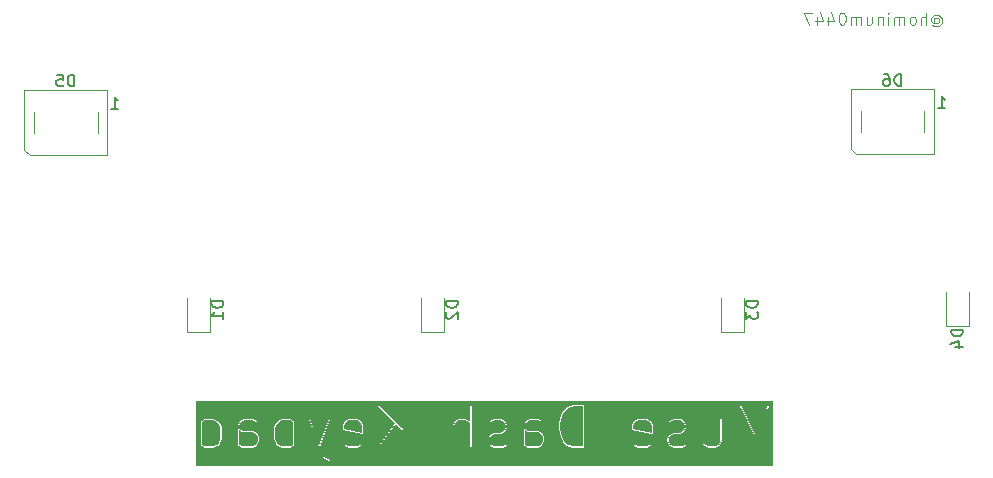
<source format=gbr>
%TF.GenerationSoftware,KiCad,Pcbnew,8.0.6*%
%TF.CreationDate,2025-02-27T22:11:00+05:30*%
%TF.ProjectId,muse-dash-pcb,6d757365-2d64-4617-9368-2d7063622e6b,rev?*%
%TF.SameCoordinates,Original*%
%TF.FileFunction,Legend,Bot*%
%TF.FilePolarity,Positive*%
%FSLAX46Y46*%
G04 Gerber Fmt 4.6, Leading zero omitted, Abs format (unit mm)*
G04 Created by KiCad (PCBNEW 8.0.6) date 2025-02-27 22:11:00*
%MOMM*%
%LPD*%
G01*
G04 APERTURE LIST*
%ADD10C,0.100000*%
%ADD11C,0.125000*%
%ADD12C,0.150000*%
%ADD13C,0.120000*%
G04 APERTURE END LIST*
D10*
G36*
X179482456Y-98630702D02*
G01*
X179482456Y-100568899D01*
X179187320Y-100716467D01*
X178544260Y-100716467D01*
X178228741Y-100558708D01*
X178073548Y-100403516D01*
X177915790Y-100087998D01*
X177915790Y-99111603D01*
X178073549Y-98796084D01*
X178228739Y-98640894D01*
X178544259Y-98483134D01*
X179187320Y-98483134D01*
X179482456Y-98630702D01*
G37*
G36*
X173002837Y-98640892D02*
G01*
X173158029Y-98796085D01*
X173315789Y-99111604D01*
X173315789Y-100087997D01*
X173158028Y-100403517D01*
X173002838Y-100558707D01*
X172687319Y-100716467D01*
X172044260Y-100716467D01*
X171749122Y-100568899D01*
X171749122Y-98630702D01*
X172044259Y-98483134D01*
X172687319Y-98483134D01*
X173002837Y-98640892D01*
G37*
G36*
X175176763Y-99477855D02*
G01*
X175179177Y-99478516D01*
X175179989Y-99479328D01*
X175187854Y-99480892D01*
X175195579Y-99483008D01*
X175196666Y-99482645D01*
X175199123Y-99483134D01*
X176020653Y-99483134D01*
X176328521Y-99637068D01*
X176482456Y-99944937D01*
X176482456Y-100254664D01*
X176328521Y-100562533D01*
X176020653Y-100716467D01*
X175210927Y-100716467D01*
X174915789Y-100568899D01*
X174915789Y-99347368D01*
X175176763Y-99477855D01*
G37*
G36*
X185161855Y-98637068D02*
G01*
X185315790Y-98944937D01*
X185315790Y-99538810D01*
X183749123Y-99225476D01*
X183749123Y-98944937D01*
X183903057Y-98637068D01*
X184210926Y-98483134D01*
X184853987Y-98483134D01*
X185161855Y-98637068D01*
G37*
G36*
X199343431Y-99477855D02*
G01*
X199345845Y-99478516D01*
X199346657Y-99479328D01*
X199354522Y-99480892D01*
X199362247Y-99483008D01*
X199363334Y-99482645D01*
X199365791Y-99483134D01*
X200187321Y-99483134D01*
X200495189Y-99637068D01*
X200649124Y-99944937D01*
X200649124Y-100254664D01*
X200495189Y-100562533D01*
X200187321Y-100716467D01*
X199377595Y-100716467D01*
X199082457Y-100568899D01*
X199082457Y-99347368D01*
X199343431Y-99477855D01*
G37*
G36*
X203982457Y-100716467D02*
G01*
X203207237Y-100716467D01*
X202726133Y-100556099D01*
X202406883Y-100236849D01*
X202246299Y-99915681D01*
X202082457Y-99260312D01*
X202082457Y-98772622D01*
X202246299Y-98117251D01*
X202406883Y-97796084D01*
X202726132Y-97476835D01*
X203207237Y-97316467D01*
X203982457Y-97316467D01*
X203982457Y-100716467D01*
G37*
G36*
X209661856Y-98637068D02*
G01*
X209815791Y-98944937D01*
X209815791Y-99538810D01*
X208249124Y-99225476D01*
X208249124Y-98944937D01*
X208403058Y-98637068D01*
X208710927Y-98483134D01*
X209353988Y-98483134D01*
X209661856Y-98637068D01*
G37*
G36*
X220138013Y-102371897D02*
G01*
X171260233Y-102371897D01*
X171260233Y-97266467D01*
X171649122Y-97266467D01*
X171649122Y-100766467D01*
X171652928Y-100785601D01*
X171679988Y-100812661D01*
X171718256Y-100812661D01*
X171745316Y-100785601D01*
X171749122Y-100766467D01*
X171749122Y-100680702D01*
X172010095Y-100811188D01*
X172012510Y-100811849D01*
X172013322Y-100812661D01*
X172021183Y-100814224D01*
X172028911Y-100816341D01*
X172029999Y-100815978D01*
X172032456Y-100816467D01*
X172699122Y-100816467D01*
X172701578Y-100815978D01*
X172702666Y-100816341D01*
X172710391Y-100814225D01*
X172718256Y-100812661D01*
X172719067Y-100811849D01*
X172721483Y-100811188D01*
X173054816Y-100644523D01*
X173061149Y-100639607D01*
X173067811Y-100635156D01*
X173234477Y-100468489D01*
X173238927Y-100461829D01*
X173243843Y-100455495D01*
X173410510Y-100122162D01*
X173411171Y-100119746D01*
X173411983Y-100118935D01*
X173413546Y-100111073D01*
X173415663Y-100103346D01*
X173415300Y-100102257D01*
X173415789Y-100099801D01*
X173415789Y-99099801D01*
X173415300Y-99097344D01*
X173415663Y-99096257D01*
X173413547Y-99088532D01*
X173411983Y-99080667D01*
X173411171Y-99079855D01*
X173410510Y-99077441D01*
X173338357Y-98933134D01*
X174815789Y-98933134D01*
X174815789Y-100766467D01*
X174819595Y-100785601D01*
X174846655Y-100812661D01*
X174884923Y-100812661D01*
X174911983Y-100785601D01*
X174915789Y-100766467D01*
X174915789Y-100680702D01*
X175176762Y-100811188D01*
X175179177Y-100811849D01*
X175179989Y-100812661D01*
X175187850Y-100814224D01*
X175195578Y-100816341D01*
X175196666Y-100815978D01*
X175199123Y-100816467D01*
X176032456Y-100816467D01*
X176034912Y-100815978D01*
X176036001Y-100816341D01*
X176043728Y-100814224D01*
X176051590Y-100812661D01*
X176052401Y-100811849D01*
X176054817Y-100811188D01*
X176388149Y-100644523D01*
X176396013Y-100638419D01*
X176398549Y-100637574D01*
X176400740Y-100634750D01*
X176403561Y-100632561D01*
X176404405Y-100630027D01*
X176410510Y-100622162D01*
X176577177Y-100288827D01*
X176577838Y-100286412D01*
X176578650Y-100285601D01*
X176580214Y-100277735D01*
X176582330Y-100270011D01*
X176581967Y-100268923D01*
X176582456Y-100266467D01*
X176582456Y-99933134D01*
X176581967Y-99930677D01*
X176582330Y-99929589D01*
X176580213Y-99921861D01*
X176578650Y-99914000D01*
X176577838Y-99913188D01*
X176577177Y-99910773D01*
X176410510Y-99577440D01*
X176404407Y-99569576D01*
X176403562Y-99567041D01*
X176400739Y-99564850D01*
X176398549Y-99562028D01*
X176396013Y-99561182D01*
X176388150Y-99555080D01*
X176054817Y-99388413D01*
X176052401Y-99387751D01*
X176051590Y-99386940D01*
X176043728Y-99385376D01*
X176036001Y-99383260D01*
X176034912Y-99383622D01*
X176032456Y-99383134D01*
X175210926Y-99383134D01*
X174915789Y-99235565D01*
X174915789Y-99099801D01*
X177815790Y-99099801D01*
X177815790Y-100099801D01*
X177816278Y-100102257D01*
X177815916Y-100103346D01*
X177818032Y-100111073D01*
X177819596Y-100118935D01*
X177820407Y-100119746D01*
X177821069Y-100122162D01*
X177987734Y-100455494D01*
X177992649Y-100461827D01*
X177997101Y-100468489D01*
X178163768Y-100635157D01*
X178170433Y-100639610D01*
X178176762Y-100644522D01*
X178510095Y-100811188D01*
X178512510Y-100811849D01*
X178513322Y-100812661D01*
X178521183Y-100814224D01*
X178528911Y-100816341D01*
X178529999Y-100815978D01*
X178532456Y-100816467D01*
X179199123Y-100816467D01*
X179201579Y-100815978D01*
X179202668Y-100816341D01*
X179210395Y-100814224D01*
X179218257Y-100812661D01*
X179219068Y-100811849D01*
X179221484Y-100811188D01*
X179482456Y-100680702D01*
X179482456Y-101933134D01*
X179486262Y-101952268D01*
X179513322Y-101979328D01*
X179551590Y-101979328D01*
X179578650Y-101952268D01*
X179582456Y-101933134D01*
X179582456Y-98433134D01*
X179581962Y-98430651D01*
X180815852Y-98430651D01*
X180818703Y-98449951D01*
X181652036Y-100783284D01*
X181652524Y-100784100D01*
X181652699Y-100785037D01*
X181986033Y-101618370D01*
X181986263Y-101618723D01*
X181986263Y-101618935D01*
X181991511Y-101626789D01*
X181996673Y-101634722D01*
X181996867Y-101634805D01*
X181997102Y-101635156D01*
X182163767Y-101801822D01*
X182170433Y-101806276D01*
X182176762Y-101811188D01*
X182510097Y-101977855D01*
X182528913Y-101983008D01*
X182565217Y-101970907D01*
X182582331Y-101936679D01*
X182570230Y-101900374D01*
X182554818Y-101888413D01*
X182228741Y-101725374D01*
X182075070Y-101571704D01*
X181752574Y-100765464D01*
X182406978Y-98933134D01*
X183649123Y-98933134D01*
X183649123Y-99266467D01*
X183650564Y-99273715D01*
X183650074Y-99276170D01*
X183651469Y-99278263D01*
X183652929Y-99285601D01*
X183663225Y-99295897D01*
X183671301Y-99308011D01*
X183678209Y-99310881D01*
X183679989Y-99312661D01*
X183682493Y-99312661D01*
X183689317Y-99315496D01*
X185315790Y-99640790D01*
X185315790Y-100254664D01*
X185161855Y-100562533D01*
X184853987Y-100716467D01*
X184210927Y-100716467D01*
X183888151Y-100555080D01*
X183869335Y-100549927D01*
X183833030Y-100562028D01*
X183815916Y-100596256D01*
X183828017Y-100632561D01*
X183843429Y-100644522D01*
X184176762Y-100811188D01*
X184179177Y-100811849D01*
X184179989Y-100812661D01*
X184187850Y-100814224D01*
X184195578Y-100816341D01*
X184196666Y-100815978D01*
X184199123Y-100816467D01*
X184865790Y-100816467D01*
X184868246Y-100815978D01*
X184869335Y-100816341D01*
X184877062Y-100814224D01*
X184884924Y-100812661D01*
X184885735Y-100811849D01*
X184888151Y-100811188D01*
X185002412Y-100754058D01*
X186650687Y-100754058D01*
X186656099Y-100791942D01*
X186686714Y-100814903D01*
X186724598Y-100809491D01*
X186739123Y-100796467D01*
X188204533Y-98842587D01*
X188649123Y-99287177D01*
X188649123Y-100766467D01*
X188652929Y-100785601D01*
X188679989Y-100812661D01*
X188718257Y-100812661D01*
X188745317Y-100785601D01*
X188749123Y-100766467D01*
X188749123Y-98933134D01*
X192982457Y-98933134D01*
X192982457Y-100766467D01*
X192986263Y-100785601D01*
X193013323Y-100812661D01*
X193051591Y-100812661D01*
X193078651Y-100785601D01*
X193082457Y-100766467D01*
X193082457Y-98944937D01*
X193236391Y-98637068D01*
X193544260Y-98483134D01*
X194020654Y-98483134D01*
X194336172Y-98640892D01*
X194482457Y-98787177D01*
X194482457Y-100766467D01*
X194486263Y-100785601D01*
X194513323Y-100812661D01*
X194551591Y-100812661D01*
X194578651Y-100785601D01*
X194582457Y-100766467D01*
X194582457Y-100099801D01*
X195982457Y-100099801D01*
X195982457Y-100266467D01*
X195982945Y-100268923D01*
X195982583Y-100270012D01*
X195984699Y-100277739D01*
X195986263Y-100285601D01*
X195987074Y-100286412D01*
X195987736Y-100288828D01*
X196154403Y-100622162D01*
X196160505Y-100630025D01*
X196161351Y-100632561D01*
X196164173Y-100634751D01*
X196166364Y-100637574D01*
X196168899Y-100638419D01*
X196176763Y-100644522D01*
X196510096Y-100811188D01*
X196512511Y-100811849D01*
X196513323Y-100812661D01*
X196521184Y-100814224D01*
X196528912Y-100816341D01*
X196530000Y-100815978D01*
X196532457Y-100816467D01*
X197199124Y-100816467D01*
X197201580Y-100815978D01*
X197202669Y-100816341D01*
X197210396Y-100814224D01*
X197218258Y-100812661D01*
X197219069Y-100811849D01*
X197221485Y-100811188D01*
X197554817Y-100644523D01*
X197570229Y-100632561D01*
X197582331Y-100596257D01*
X197565217Y-100562029D01*
X197528912Y-100549927D01*
X197510096Y-100555080D01*
X197187321Y-100716467D01*
X196544261Y-100716467D01*
X196236391Y-100562532D01*
X196082457Y-100254664D01*
X196082457Y-100111603D01*
X196236391Y-99803735D01*
X196544261Y-99649801D01*
X197032457Y-99649801D01*
X197034913Y-99649312D01*
X197036002Y-99649675D01*
X197043729Y-99647558D01*
X197051591Y-99645995D01*
X197052402Y-99645183D01*
X197054818Y-99644522D01*
X197388151Y-99477855D01*
X197396014Y-99471752D01*
X197398550Y-99470907D01*
X197400740Y-99468084D01*
X197403563Y-99465894D01*
X197404408Y-99463358D01*
X197410511Y-99455495D01*
X197577178Y-99122162D01*
X197577839Y-99119746D01*
X197578651Y-99118935D01*
X197580214Y-99111073D01*
X197582331Y-99103346D01*
X197581968Y-99102257D01*
X197582457Y-99099801D01*
X197582457Y-98933134D01*
X198982457Y-98933134D01*
X198982457Y-100766467D01*
X198986263Y-100785601D01*
X199013323Y-100812661D01*
X199051591Y-100812661D01*
X199078651Y-100785601D01*
X199082457Y-100766467D01*
X199082457Y-100680702D01*
X199343430Y-100811188D01*
X199345845Y-100811849D01*
X199346657Y-100812661D01*
X199354518Y-100814224D01*
X199362246Y-100816341D01*
X199363334Y-100815978D01*
X199365791Y-100816467D01*
X200199124Y-100816467D01*
X200201580Y-100815978D01*
X200202669Y-100816341D01*
X200210396Y-100814224D01*
X200218258Y-100812661D01*
X200219069Y-100811849D01*
X200221485Y-100811188D01*
X200554817Y-100644523D01*
X200562681Y-100638419D01*
X200565217Y-100637574D01*
X200567408Y-100634750D01*
X200570229Y-100632561D01*
X200571073Y-100630027D01*
X200577178Y-100622162D01*
X200743845Y-100288827D01*
X200744506Y-100286412D01*
X200745318Y-100285601D01*
X200746882Y-100277735D01*
X200748998Y-100270011D01*
X200748635Y-100268923D01*
X200749124Y-100266467D01*
X200749124Y-99933134D01*
X200748635Y-99930677D01*
X200748998Y-99929589D01*
X200746881Y-99921861D01*
X200745318Y-99914000D01*
X200744506Y-99913188D01*
X200743845Y-99910773D01*
X200577178Y-99577440D01*
X200571075Y-99569576D01*
X200570230Y-99567041D01*
X200567407Y-99564850D01*
X200565217Y-99562028D01*
X200562681Y-99561182D01*
X200554818Y-99555080D01*
X200221485Y-99388413D01*
X200219069Y-99387751D01*
X200218258Y-99386940D01*
X200210396Y-99385376D01*
X200202669Y-99383260D01*
X200201580Y-99383622D01*
X200199124Y-99383134D01*
X199377594Y-99383134D01*
X199082457Y-99235565D01*
X199082457Y-98944937D01*
X199171692Y-98766467D01*
X201982457Y-98766467D01*
X201982457Y-99266467D01*
X201983652Y-99272476D01*
X201983950Y-99278594D01*
X202150617Y-99945261D01*
X202152956Y-99950213D01*
X202154403Y-99955495D01*
X202321070Y-100288828D01*
X202325985Y-100295162D01*
X202330436Y-100301822D01*
X202663769Y-100635156D01*
X202665850Y-100636546D01*
X202666364Y-100637574D01*
X202673329Y-100641544D01*
X202679990Y-100645995D01*
X202681138Y-100645995D01*
X202683313Y-100647235D01*
X203183313Y-100813901D01*
X203191261Y-100814903D01*
X203199124Y-100816467D01*
X204032457Y-100816467D01*
X204051591Y-100812661D01*
X204078651Y-100785601D01*
X204082457Y-100766467D01*
X204082457Y-98933134D01*
X208149124Y-98933134D01*
X208149124Y-99266467D01*
X208150565Y-99273715D01*
X208150075Y-99276170D01*
X208151470Y-99278263D01*
X208152930Y-99285601D01*
X208163226Y-99295897D01*
X208171302Y-99308011D01*
X208178210Y-99310881D01*
X208179990Y-99312661D01*
X208182494Y-99312661D01*
X208189318Y-99315496D01*
X209815791Y-99640790D01*
X209815791Y-100254664D01*
X209661856Y-100562533D01*
X209353988Y-100716467D01*
X208710928Y-100716467D01*
X208388152Y-100555080D01*
X208369336Y-100549927D01*
X208333031Y-100562028D01*
X208315917Y-100596256D01*
X208328018Y-100632561D01*
X208343430Y-100644522D01*
X208676763Y-100811188D01*
X208679178Y-100811849D01*
X208679990Y-100812661D01*
X208687851Y-100814224D01*
X208695579Y-100816341D01*
X208696667Y-100815978D01*
X208699124Y-100816467D01*
X209365791Y-100816467D01*
X209368247Y-100815978D01*
X209369336Y-100816341D01*
X209377063Y-100814224D01*
X209384925Y-100812661D01*
X209385736Y-100811849D01*
X209388152Y-100811188D01*
X209721484Y-100644523D01*
X209729348Y-100638419D01*
X209731884Y-100637574D01*
X209734075Y-100634750D01*
X209736896Y-100632561D01*
X209737740Y-100630027D01*
X209743845Y-100622162D01*
X209910512Y-100288827D01*
X209911173Y-100286412D01*
X209911985Y-100285601D01*
X209913549Y-100277735D01*
X209915665Y-100270011D01*
X209915302Y-100268923D01*
X209915791Y-100266467D01*
X209915791Y-100099801D01*
X211149124Y-100099801D01*
X211149124Y-100266467D01*
X211149612Y-100268923D01*
X211149250Y-100270012D01*
X211151366Y-100277739D01*
X211152930Y-100285601D01*
X211153741Y-100286412D01*
X211154403Y-100288828D01*
X211321070Y-100622162D01*
X211327172Y-100630025D01*
X211328018Y-100632561D01*
X211330840Y-100634751D01*
X211333031Y-100637574D01*
X211335566Y-100638419D01*
X211343430Y-100644522D01*
X211676763Y-100811188D01*
X211679178Y-100811849D01*
X211679990Y-100812661D01*
X211687851Y-100814224D01*
X211695579Y-100816341D01*
X211696667Y-100815978D01*
X211699124Y-100816467D01*
X212365791Y-100816467D01*
X212368247Y-100815978D01*
X212369336Y-100816341D01*
X212377063Y-100814224D01*
X212384925Y-100812661D01*
X212385736Y-100811849D01*
X212388152Y-100811188D01*
X212721484Y-100644523D01*
X212736896Y-100632561D01*
X212748998Y-100596257D01*
X212731884Y-100562029D01*
X212695579Y-100549927D01*
X212676763Y-100555080D01*
X212353988Y-100716467D01*
X211710928Y-100716467D01*
X211403058Y-100562532D01*
X211249124Y-100254664D01*
X211249124Y-100111603D01*
X211403058Y-99803735D01*
X211710928Y-99649801D01*
X212199124Y-99649801D01*
X212201580Y-99649312D01*
X212202669Y-99649675D01*
X212210396Y-99647558D01*
X212218258Y-99645995D01*
X212219069Y-99645183D01*
X212221485Y-99644522D01*
X212554818Y-99477855D01*
X212562681Y-99471752D01*
X212565217Y-99470907D01*
X212567407Y-99468084D01*
X212570230Y-99465894D01*
X212571075Y-99463358D01*
X212577178Y-99455495D01*
X212743845Y-99122162D01*
X212744506Y-99119746D01*
X212745318Y-99118935D01*
X212746881Y-99111073D01*
X212748998Y-99103346D01*
X212748635Y-99102257D01*
X212749124Y-99099801D01*
X212749124Y-98933134D01*
X212748635Y-98930677D01*
X212748998Y-98929589D01*
X212746881Y-98921861D01*
X212745318Y-98914000D01*
X212744506Y-98913188D01*
X212743845Y-98910773D01*
X212577178Y-98577440D01*
X212571075Y-98569576D01*
X212570230Y-98567041D01*
X212567407Y-98564850D01*
X212565217Y-98562028D01*
X212562681Y-98561182D01*
X212554818Y-98555080D01*
X212310927Y-98433134D01*
X214149124Y-98433134D01*
X214149124Y-100766467D01*
X214152930Y-100785601D01*
X214179990Y-100812661D01*
X214218258Y-100812661D01*
X214245318Y-100785601D01*
X214249124Y-100766467D01*
X214249124Y-100553844D01*
X214330436Y-100635157D01*
X214337101Y-100639610D01*
X214343430Y-100644522D01*
X214676763Y-100811188D01*
X214679178Y-100811849D01*
X214679990Y-100812661D01*
X214687851Y-100814224D01*
X214695579Y-100816341D01*
X214696667Y-100815978D01*
X214699124Y-100816467D01*
X215199124Y-100816467D01*
X215201580Y-100815978D01*
X215202668Y-100816341D01*
X215210393Y-100814225D01*
X215218258Y-100812661D01*
X215219069Y-100811849D01*
X215221485Y-100811188D01*
X215554818Y-100644523D01*
X215562684Y-100638417D01*
X215565218Y-100637573D01*
X215567408Y-100634751D01*
X215570230Y-100632561D01*
X215571074Y-100630026D01*
X215577179Y-100622162D01*
X215743845Y-100288828D01*
X215744506Y-100286412D01*
X215745318Y-100285601D01*
X215746881Y-100277739D01*
X215748998Y-100270012D01*
X215748635Y-100268923D01*
X215749124Y-100266467D01*
X215749124Y-98433134D01*
X215745318Y-98414000D01*
X215718258Y-98386940D01*
X215679990Y-98386940D01*
X215652930Y-98414000D01*
X215649124Y-98433134D01*
X215649124Y-100254663D01*
X215495190Y-100562533D01*
X215187321Y-100716467D01*
X214710928Y-100716467D01*
X214395409Y-100558708D01*
X214249124Y-100412423D01*
X214249124Y-98433134D01*
X214245318Y-98414000D01*
X214218258Y-98386940D01*
X214179990Y-98386940D01*
X214152930Y-98414000D01*
X214149124Y-98433134D01*
X212310927Y-98433134D01*
X212221485Y-98388413D01*
X212219069Y-98387751D01*
X212218258Y-98386940D01*
X212210396Y-98385376D01*
X212202669Y-98383260D01*
X212201580Y-98383622D01*
X212199124Y-98383134D01*
X211699124Y-98383134D01*
X211696667Y-98383622D01*
X211695579Y-98383260D01*
X211687851Y-98385376D01*
X211679990Y-98386940D01*
X211679178Y-98387751D01*
X211676763Y-98388413D01*
X211343430Y-98555080D01*
X211328018Y-98567041D01*
X211315917Y-98603346D01*
X211333031Y-98637574D01*
X211369336Y-98649675D01*
X211388152Y-98644522D01*
X211710927Y-98483134D01*
X212187321Y-98483134D01*
X212495189Y-98637068D01*
X212649124Y-98944937D01*
X212649124Y-99087997D01*
X212495189Y-99395866D01*
X212187321Y-99549801D01*
X211699124Y-99549801D01*
X211696667Y-99550289D01*
X211695579Y-99549927D01*
X211687851Y-99552043D01*
X211679990Y-99553607D01*
X211679178Y-99554418D01*
X211676763Y-99555080D01*
X211343430Y-99721746D01*
X211335566Y-99727848D01*
X211333031Y-99728694D01*
X211330840Y-99731516D01*
X211328018Y-99733707D01*
X211327172Y-99736242D01*
X211321070Y-99744106D01*
X211154403Y-100077440D01*
X211153741Y-100079855D01*
X211152930Y-100080667D01*
X211151366Y-100088528D01*
X211149250Y-100096256D01*
X211149612Y-100097344D01*
X211149124Y-100099801D01*
X209915791Y-100099801D01*
X209915791Y-98933134D01*
X209915302Y-98930677D01*
X209915665Y-98929589D01*
X209913548Y-98921861D01*
X209911985Y-98914000D01*
X209911173Y-98913188D01*
X209910512Y-98910773D01*
X209743845Y-98577440D01*
X209737742Y-98569576D01*
X209736897Y-98567041D01*
X209734074Y-98564850D01*
X209731884Y-98562028D01*
X209729348Y-98561182D01*
X209721485Y-98555080D01*
X209388152Y-98388413D01*
X209385736Y-98387751D01*
X209384925Y-98386940D01*
X209377063Y-98385376D01*
X209369336Y-98383260D01*
X209368247Y-98383622D01*
X209365791Y-98383134D01*
X208699124Y-98383134D01*
X208696667Y-98383622D01*
X208695579Y-98383260D01*
X208687851Y-98385376D01*
X208679990Y-98386940D01*
X208679178Y-98387751D01*
X208676763Y-98388413D01*
X208343430Y-98555080D01*
X208335566Y-98561182D01*
X208333031Y-98562028D01*
X208330840Y-98564850D01*
X208328018Y-98567041D01*
X208327172Y-98569576D01*
X208321070Y-98577440D01*
X208154403Y-98910773D01*
X208153741Y-98913188D01*
X208152930Y-98914000D01*
X208151366Y-98921861D01*
X208149250Y-98929589D01*
X208149612Y-98930677D01*
X208149124Y-98933134D01*
X204082457Y-98933134D01*
X204082457Y-97266467D01*
X217315791Y-97266467D01*
X217315791Y-100766467D01*
X217319597Y-100785601D01*
X217346657Y-100812661D01*
X217384925Y-100812661D01*
X217411985Y-100785601D01*
X217415791Y-100766467D01*
X217415791Y-97491844D01*
X218487149Y-99787611D01*
X218494770Y-99797999D01*
X218495584Y-99800236D01*
X218496842Y-99800823D01*
X218498689Y-99803340D01*
X218514751Y-99809180D01*
X218530262Y-99816419D01*
X218532459Y-99815619D01*
X218534654Y-99816418D01*
X218550144Y-99809188D01*
X218566227Y-99803341D01*
X218568075Y-99800821D01*
X218569332Y-99800235D01*
X218570144Y-99798001D01*
X218577767Y-99787611D01*
X219649124Y-97491844D01*
X219649124Y-100766467D01*
X219652930Y-100785601D01*
X219679990Y-100812661D01*
X219718258Y-100812661D01*
X219745318Y-100785601D01*
X219749124Y-100766467D01*
X219749124Y-97266467D01*
X219745318Y-97247333D01*
X219739035Y-97241050D01*
X219735998Y-97232698D01*
X219726032Y-97228047D01*
X219718258Y-97220273D01*
X219709373Y-97220273D01*
X219701320Y-97216515D01*
X219690985Y-97220273D01*
X219679990Y-97220273D01*
X219673707Y-97226555D01*
X219665355Y-97229593D01*
X219653815Y-97245323D01*
X218532458Y-99648231D01*
X217411100Y-97245323D01*
X217399560Y-97229593D01*
X217391207Y-97226555D01*
X217384925Y-97220273D01*
X217373930Y-97220273D01*
X217363595Y-97216515D01*
X217355542Y-97220273D01*
X217346657Y-97220273D01*
X217338882Y-97228047D01*
X217328917Y-97232698D01*
X217325879Y-97241050D01*
X217319597Y-97247333D01*
X217315791Y-97266467D01*
X204082457Y-97266467D01*
X204078651Y-97247333D01*
X204051591Y-97220273D01*
X204032457Y-97216467D01*
X203199124Y-97216467D01*
X203191262Y-97218030D01*
X203183312Y-97219033D01*
X202683313Y-97385700D01*
X202681138Y-97386940D01*
X202679990Y-97386940D01*
X202673329Y-97391390D01*
X202666364Y-97395361D01*
X202665850Y-97396388D01*
X202663769Y-97397779D01*
X202330436Y-97731112D01*
X202325985Y-97737771D01*
X202321070Y-97744106D01*
X202154403Y-98077440D01*
X202152956Y-98082721D01*
X202150617Y-98087674D01*
X201983950Y-98754340D01*
X201983652Y-98760457D01*
X201982457Y-98766467D01*
X199171692Y-98766467D01*
X199236391Y-98637068D01*
X199544260Y-98483134D01*
X200187321Y-98483134D01*
X200510096Y-98644522D01*
X200528912Y-98649675D01*
X200565217Y-98637574D01*
X200582331Y-98603346D01*
X200570230Y-98567041D01*
X200554818Y-98555080D01*
X200221485Y-98388413D01*
X200219069Y-98387751D01*
X200218258Y-98386940D01*
X200210396Y-98385376D01*
X200202669Y-98383260D01*
X200201580Y-98383622D01*
X200199124Y-98383134D01*
X199532457Y-98383134D01*
X199530000Y-98383622D01*
X199528912Y-98383260D01*
X199521184Y-98385376D01*
X199513323Y-98386940D01*
X199512511Y-98387751D01*
X199510096Y-98388413D01*
X199176763Y-98555080D01*
X199168899Y-98561182D01*
X199166364Y-98562028D01*
X199164173Y-98564850D01*
X199161351Y-98567041D01*
X199160505Y-98569576D01*
X199154403Y-98577440D01*
X198987736Y-98910773D01*
X198987074Y-98913188D01*
X198986263Y-98914000D01*
X198984699Y-98921861D01*
X198982583Y-98929589D01*
X198982945Y-98930677D01*
X198982457Y-98933134D01*
X197582457Y-98933134D01*
X197581968Y-98930677D01*
X197582331Y-98929589D01*
X197580214Y-98921861D01*
X197578651Y-98914000D01*
X197577839Y-98913188D01*
X197577178Y-98910773D01*
X197410511Y-98577440D01*
X197404408Y-98569576D01*
X197403563Y-98567041D01*
X197400740Y-98564850D01*
X197398550Y-98562028D01*
X197396014Y-98561182D01*
X197388151Y-98555080D01*
X197054818Y-98388413D01*
X197052402Y-98387751D01*
X197051591Y-98386940D01*
X197043729Y-98385376D01*
X197036002Y-98383260D01*
X197034913Y-98383622D01*
X197032457Y-98383134D01*
X196532457Y-98383134D01*
X196530000Y-98383622D01*
X196528912Y-98383260D01*
X196521184Y-98385376D01*
X196513323Y-98386940D01*
X196512511Y-98387751D01*
X196510096Y-98388413D01*
X196176763Y-98555080D01*
X196161351Y-98567041D01*
X196149250Y-98603346D01*
X196166364Y-98637574D01*
X196202669Y-98649675D01*
X196221485Y-98644522D01*
X196544260Y-98483134D01*
X197020654Y-98483134D01*
X197328522Y-98637068D01*
X197482457Y-98944937D01*
X197482457Y-99087997D01*
X197328522Y-99395866D01*
X197020654Y-99549801D01*
X196532457Y-99549801D01*
X196530000Y-99550289D01*
X196528912Y-99549927D01*
X196521184Y-99552043D01*
X196513323Y-99553607D01*
X196512511Y-99554418D01*
X196510096Y-99555080D01*
X196176763Y-99721746D01*
X196168899Y-99727848D01*
X196166364Y-99728694D01*
X196164173Y-99731516D01*
X196161351Y-99733707D01*
X196160505Y-99736242D01*
X196154403Y-99744106D01*
X195987736Y-100077440D01*
X195987074Y-100079855D01*
X195986263Y-100080667D01*
X195984699Y-100088528D01*
X195982583Y-100096256D01*
X195982945Y-100097344D01*
X195982457Y-100099801D01*
X194582457Y-100099801D01*
X194582457Y-97266467D01*
X194578651Y-97247333D01*
X194551591Y-97220273D01*
X194513323Y-97220273D01*
X194486263Y-97247333D01*
X194482457Y-97266467D01*
X194482457Y-98645756D01*
X194401146Y-98564446D01*
X194394486Y-98559995D01*
X194388152Y-98555080D01*
X194054818Y-98388413D01*
X194052402Y-98387751D01*
X194051591Y-98386940D01*
X194043729Y-98385376D01*
X194036002Y-98383260D01*
X194034913Y-98383622D01*
X194032457Y-98383134D01*
X193532457Y-98383134D01*
X193530000Y-98383622D01*
X193528912Y-98383260D01*
X193521184Y-98385376D01*
X193513323Y-98386940D01*
X193512511Y-98387751D01*
X193510096Y-98388413D01*
X193176763Y-98555080D01*
X193168899Y-98561182D01*
X193166364Y-98562028D01*
X193164173Y-98564850D01*
X193161351Y-98567041D01*
X193160505Y-98569576D01*
X193154403Y-98577440D01*
X192987736Y-98910773D01*
X192987074Y-98913188D01*
X192986263Y-98914000D01*
X192984699Y-98921861D01*
X192982583Y-98929589D01*
X192982945Y-98930677D01*
X192982457Y-98933134D01*
X188749123Y-98933134D01*
X188749123Y-97266467D01*
X188745317Y-97247333D01*
X188718257Y-97220273D01*
X188679989Y-97220273D01*
X188652929Y-97247333D01*
X188649123Y-97266467D01*
X188649123Y-99145757D01*
X186734478Y-97231112D01*
X186718257Y-97220273D01*
X186679989Y-97220273D01*
X186652929Y-97247333D01*
X186652929Y-97285601D01*
X186663768Y-97301822D01*
X188133104Y-98771158D01*
X186659123Y-100736467D01*
X186650687Y-100754058D01*
X185002412Y-100754058D01*
X185221483Y-100644523D01*
X185229347Y-100638419D01*
X185231883Y-100637574D01*
X185234074Y-100634750D01*
X185236895Y-100632561D01*
X185237739Y-100630027D01*
X185243844Y-100622162D01*
X185410511Y-100288827D01*
X185411172Y-100286412D01*
X185411984Y-100285601D01*
X185413548Y-100277735D01*
X185415664Y-100270011D01*
X185415301Y-100268923D01*
X185415790Y-100266467D01*
X185415790Y-98933134D01*
X185415301Y-98930677D01*
X185415664Y-98929589D01*
X185413547Y-98921861D01*
X185411984Y-98914000D01*
X185411172Y-98913188D01*
X185410511Y-98910773D01*
X185243844Y-98577440D01*
X185237741Y-98569576D01*
X185236896Y-98567041D01*
X185234073Y-98564850D01*
X185231883Y-98562028D01*
X185229347Y-98561182D01*
X185221484Y-98555080D01*
X184888151Y-98388413D01*
X184885735Y-98387751D01*
X184884924Y-98386940D01*
X184877062Y-98385376D01*
X184869335Y-98383260D01*
X184868246Y-98383622D01*
X184865790Y-98383134D01*
X184199123Y-98383134D01*
X184196666Y-98383622D01*
X184195578Y-98383260D01*
X184187850Y-98385376D01*
X184179989Y-98386940D01*
X184179177Y-98387751D01*
X184176762Y-98388413D01*
X183843429Y-98555080D01*
X183835565Y-98561182D01*
X183833030Y-98562028D01*
X183830839Y-98564850D01*
X183828017Y-98567041D01*
X183827171Y-98569576D01*
X183821069Y-98577440D01*
X183654402Y-98910773D01*
X183653740Y-98913188D01*
X183652929Y-98914000D01*
X183651365Y-98921861D01*
X183649249Y-98929589D01*
X183649611Y-98930677D01*
X183649123Y-98933134D01*
X182406978Y-98933134D01*
X182579544Y-98449951D01*
X182582395Y-98430651D01*
X182566013Y-98396067D01*
X182529974Y-98383196D01*
X182495390Y-98399578D01*
X182485370Y-98416317D01*
X181699123Y-100617806D01*
X180912877Y-98416317D01*
X180902857Y-98399578D01*
X180868273Y-98383196D01*
X180832234Y-98396067D01*
X180815852Y-98430651D01*
X179581962Y-98430651D01*
X179578650Y-98414000D01*
X179551590Y-98386940D01*
X179513322Y-98386940D01*
X179486262Y-98414000D01*
X179482456Y-98433134D01*
X179482456Y-98518899D01*
X179221484Y-98388413D01*
X179219068Y-98387751D01*
X179218257Y-98386940D01*
X179210395Y-98385376D01*
X179202668Y-98383260D01*
X179201579Y-98383622D01*
X179199123Y-98383134D01*
X178532456Y-98383134D01*
X178529999Y-98383622D01*
X178528911Y-98383260D01*
X178521183Y-98385376D01*
X178513322Y-98386940D01*
X178512510Y-98387751D01*
X178510095Y-98388413D01*
X178176762Y-98555080D01*
X178170427Y-98559995D01*
X178163768Y-98564446D01*
X177997101Y-98731112D01*
X177992649Y-98737773D01*
X177987734Y-98744107D01*
X177821069Y-99077440D01*
X177820407Y-99079855D01*
X177819596Y-99080667D01*
X177818031Y-99088531D01*
X177815916Y-99096257D01*
X177816278Y-99097344D01*
X177815790Y-99099801D01*
X174915789Y-99099801D01*
X174915789Y-98944937D01*
X175069723Y-98637068D01*
X175377592Y-98483134D01*
X176020653Y-98483134D01*
X176343428Y-98644522D01*
X176362244Y-98649675D01*
X176398549Y-98637574D01*
X176415663Y-98603346D01*
X176403562Y-98567041D01*
X176388150Y-98555080D01*
X176054817Y-98388413D01*
X176052401Y-98387751D01*
X176051590Y-98386940D01*
X176043728Y-98385376D01*
X176036001Y-98383260D01*
X176034912Y-98383622D01*
X176032456Y-98383134D01*
X175365789Y-98383134D01*
X175363332Y-98383622D01*
X175362244Y-98383260D01*
X175354516Y-98385376D01*
X175346655Y-98386940D01*
X175345843Y-98387751D01*
X175343428Y-98388413D01*
X175010095Y-98555080D01*
X175002231Y-98561182D01*
X174999696Y-98562028D01*
X174997505Y-98564850D01*
X174994683Y-98567041D01*
X174993837Y-98569576D01*
X174987735Y-98577440D01*
X174821068Y-98910773D01*
X174820406Y-98913188D01*
X174819595Y-98914000D01*
X174818031Y-98921861D01*
X174815915Y-98929589D01*
X174816277Y-98930677D01*
X174815789Y-98933134D01*
X173338357Y-98933134D01*
X173243843Y-98744106D01*
X173238931Y-98737777D01*
X173234477Y-98731111D01*
X173067811Y-98564446D01*
X173061151Y-98559995D01*
X173054817Y-98555080D01*
X172721483Y-98388413D01*
X172719067Y-98387751D01*
X172718256Y-98386940D01*
X172710394Y-98385376D01*
X172702667Y-98383260D01*
X172701578Y-98383622D01*
X172699122Y-98383134D01*
X172032456Y-98383134D01*
X172029999Y-98383622D01*
X172028912Y-98383260D01*
X172021187Y-98385375D01*
X172013322Y-98386940D01*
X172012510Y-98387751D01*
X172010096Y-98388413D01*
X171749122Y-98518899D01*
X171749122Y-97266467D01*
X171745316Y-97247333D01*
X171718256Y-97220273D01*
X171679988Y-97220273D01*
X171652928Y-97247333D01*
X171649122Y-97266467D01*
X171260233Y-97266467D01*
X171260233Y-96827578D01*
X220138013Y-96827578D01*
X220138013Y-102371897D01*
G37*
D11*
X233742906Y-64510951D02*
X233791287Y-64462570D01*
X233791287Y-64462570D02*
X233888049Y-64414189D01*
X233888049Y-64414189D02*
X233984811Y-64414189D01*
X233984811Y-64414189D02*
X234081573Y-64462570D01*
X234081573Y-64462570D02*
X234129954Y-64510951D01*
X234129954Y-64510951D02*
X234178335Y-64607713D01*
X234178335Y-64607713D02*
X234178335Y-64704475D01*
X234178335Y-64704475D02*
X234129954Y-64801237D01*
X234129954Y-64801237D02*
X234081573Y-64849618D01*
X234081573Y-64849618D02*
X233984811Y-64897999D01*
X233984811Y-64897999D02*
X233888049Y-64897999D01*
X233888049Y-64897999D02*
X233791287Y-64849618D01*
X233791287Y-64849618D02*
X233742906Y-64801237D01*
X233742906Y-64414189D02*
X233742906Y-64801237D01*
X233742906Y-64801237D02*
X233694525Y-64849618D01*
X233694525Y-64849618D02*
X233646144Y-64849618D01*
X233646144Y-64849618D02*
X233549383Y-64801237D01*
X233549383Y-64801237D02*
X233501002Y-64704475D01*
X233501002Y-64704475D02*
X233501002Y-64462570D01*
X233501002Y-64462570D02*
X233597764Y-64317427D01*
X233597764Y-64317427D02*
X233742906Y-64220665D01*
X233742906Y-64220665D02*
X233936430Y-64172284D01*
X233936430Y-64172284D02*
X234129954Y-64220665D01*
X234129954Y-64220665D02*
X234275097Y-64317427D01*
X234275097Y-64317427D02*
X234371859Y-64462570D01*
X234371859Y-64462570D02*
X234420240Y-64656094D01*
X234420240Y-64656094D02*
X234371859Y-64849618D01*
X234371859Y-64849618D02*
X234275097Y-64994760D01*
X234275097Y-64994760D02*
X234129954Y-65091522D01*
X234129954Y-65091522D02*
X233936430Y-65139903D01*
X233936430Y-65139903D02*
X233742906Y-65091522D01*
X233742906Y-65091522D02*
X233597764Y-64994760D01*
X233065573Y-64994760D02*
X233065573Y-63978760D01*
X232630144Y-64994760D02*
X232630144Y-64462570D01*
X232630144Y-64462570D02*
X232678525Y-64365808D01*
X232678525Y-64365808D02*
X232775287Y-64317427D01*
X232775287Y-64317427D02*
X232920430Y-64317427D01*
X232920430Y-64317427D02*
X233017192Y-64365808D01*
X233017192Y-64365808D02*
X233065573Y-64414189D01*
X232001192Y-64994760D02*
X232097954Y-64946380D01*
X232097954Y-64946380D02*
X232146335Y-64897999D01*
X232146335Y-64897999D02*
X232194716Y-64801237D01*
X232194716Y-64801237D02*
X232194716Y-64510951D01*
X232194716Y-64510951D02*
X232146335Y-64414189D01*
X232146335Y-64414189D02*
X232097954Y-64365808D01*
X232097954Y-64365808D02*
X232001192Y-64317427D01*
X232001192Y-64317427D02*
X231856049Y-64317427D01*
X231856049Y-64317427D02*
X231759287Y-64365808D01*
X231759287Y-64365808D02*
X231710906Y-64414189D01*
X231710906Y-64414189D02*
X231662525Y-64510951D01*
X231662525Y-64510951D02*
X231662525Y-64801237D01*
X231662525Y-64801237D02*
X231710906Y-64897999D01*
X231710906Y-64897999D02*
X231759287Y-64946380D01*
X231759287Y-64946380D02*
X231856049Y-64994760D01*
X231856049Y-64994760D02*
X232001192Y-64994760D01*
X231227097Y-64994760D02*
X231227097Y-64317427D01*
X231227097Y-64414189D02*
X231178716Y-64365808D01*
X231178716Y-64365808D02*
X231081954Y-64317427D01*
X231081954Y-64317427D02*
X230936811Y-64317427D01*
X230936811Y-64317427D02*
X230840049Y-64365808D01*
X230840049Y-64365808D02*
X230791668Y-64462570D01*
X230791668Y-64462570D02*
X230791668Y-64994760D01*
X230791668Y-64462570D02*
X230743287Y-64365808D01*
X230743287Y-64365808D02*
X230646525Y-64317427D01*
X230646525Y-64317427D02*
X230501382Y-64317427D01*
X230501382Y-64317427D02*
X230404621Y-64365808D01*
X230404621Y-64365808D02*
X230356240Y-64462570D01*
X230356240Y-64462570D02*
X230356240Y-64994760D01*
X229872430Y-64994760D02*
X229872430Y-64317427D01*
X229872430Y-63978760D02*
X229920811Y-64027141D01*
X229920811Y-64027141D02*
X229872430Y-64075522D01*
X229872430Y-64075522D02*
X229824049Y-64027141D01*
X229824049Y-64027141D02*
X229872430Y-63978760D01*
X229872430Y-63978760D02*
X229872430Y-64075522D01*
X229388620Y-64317427D02*
X229388620Y-64994760D01*
X229388620Y-64414189D02*
X229340239Y-64365808D01*
X229340239Y-64365808D02*
X229243477Y-64317427D01*
X229243477Y-64317427D02*
X229098334Y-64317427D01*
X229098334Y-64317427D02*
X229001572Y-64365808D01*
X229001572Y-64365808D02*
X228953191Y-64462570D01*
X228953191Y-64462570D02*
X228953191Y-64994760D01*
X228033953Y-64317427D02*
X228033953Y-64994760D01*
X228469382Y-64317427D02*
X228469382Y-64849618D01*
X228469382Y-64849618D02*
X228421001Y-64946380D01*
X228421001Y-64946380D02*
X228324239Y-64994760D01*
X228324239Y-64994760D02*
X228179096Y-64994760D01*
X228179096Y-64994760D02*
X228082334Y-64946380D01*
X228082334Y-64946380D02*
X228033953Y-64897999D01*
X227550144Y-64994760D02*
X227550144Y-64317427D01*
X227550144Y-64414189D02*
X227501763Y-64365808D01*
X227501763Y-64365808D02*
X227405001Y-64317427D01*
X227405001Y-64317427D02*
X227259858Y-64317427D01*
X227259858Y-64317427D02*
X227163096Y-64365808D01*
X227163096Y-64365808D02*
X227114715Y-64462570D01*
X227114715Y-64462570D02*
X227114715Y-64994760D01*
X227114715Y-64462570D02*
X227066334Y-64365808D01*
X227066334Y-64365808D02*
X226969572Y-64317427D01*
X226969572Y-64317427D02*
X226824429Y-64317427D01*
X226824429Y-64317427D02*
X226727668Y-64365808D01*
X226727668Y-64365808D02*
X226679287Y-64462570D01*
X226679287Y-64462570D02*
X226679287Y-64994760D01*
X226001953Y-63978760D02*
X225905191Y-63978760D01*
X225905191Y-63978760D02*
X225808429Y-64027141D01*
X225808429Y-64027141D02*
X225760048Y-64075522D01*
X225760048Y-64075522D02*
X225711667Y-64172284D01*
X225711667Y-64172284D02*
X225663286Y-64365808D01*
X225663286Y-64365808D02*
X225663286Y-64607713D01*
X225663286Y-64607713D02*
X225711667Y-64801237D01*
X225711667Y-64801237D02*
X225760048Y-64897999D01*
X225760048Y-64897999D02*
X225808429Y-64946380D01*
X225808429Y-64946380D02*
X225905191Y-64994760D01*
X225905191Y-64994760D02*
X226001953Y-64994760D01*
X226001953Y-64994760D02*
X226098715Y-64946380D01*
X226098715Y-64946380D02*
X226147096Y-64897999D01*
X226147096Y-64897999D02*
X226195477Y-64801237D01*
X226195477Y-64801237D02*
X226243858Y-64607713D01*
X226243858Y-64607713D02*
X226243858Y-64365808D01*
X226243858Y-64365808D02*
X226195477Y-64172284D01*
X226195477Y-64172284D02*
X226147096Y-64075522D01*
X226147096Y-64075522D02*
X226098715Y-64027141D01*
X226098715Y-64027141D02*
X226001953Y-63978760D01*
X224792429Y-64317427D02*
X224792429Y-64994760D01*
X225034334Y-63930380D02*
X225276239Y-64656094D01*
X225276239Y-64656094D02*
X224647286Y-64656094D01*
X223824810Y-64317427D02*
X223824810Y-64994760D01*
X224066715Y-63930380D02*
X224308620Y-64656094D01*
X224308620Y-64656094D02*
X223679667Y-64656094D01*
X223389382Y-63978760D02*
X222712048Y-63978760D01*
X222712048Y-63978760D02*
X223147477Y-64994760D01*
D12*
X160949694Y-70232819D02*
X160949694Y-69232819D01*
X160949694Y-69232819D02*
X160711599Y-69232819D01*
X160711599Y-69232819D02*
X160568742Y-69280438D01*
X160568742Y-69280438D02*
X160473504Y-69375676D01*
X160473504Y-69375676D02*
X160425885Y-69470914D01*
X160425885Y-69470914D02*
X160378266Y-69661390D01*
X160378266Y-69661390D02*
X160378266Y-69804247D01*
X160378266Y-69804247D02*
X160425885Y-69994723D01*
X160425885Y-69994723D02*
X160473504Y-70089961D01*
X160473504Y-70089961D02*
X160568742Y-70185200D01*
X160568742Y-70185200D02*
X160711599Y-70232819D01*
X160711599Y-70232819D02*
X160949694Y-70232819D01*
X159473504Y-69232819D02*
X159949694Y-69232819D01*
X159949694Y-69232819D02*
X159997313Y-69709009D01*
X159997313Y-69709009D02*
X159949694Y-69661390D01*
X159949694Y-69661390D02*
X159854456Y-69613771D01*
X159854456Y-69613771D02*
X159616361Y-69613771D01*
X159616361Y-69613771D02*
X159521123Y-69661390D01*
X159521123Y-69661390D02*
X159473504Y-69709009D01*
X159473504Y-69709009D02*
X159425885Y-69804247D01*
X159425885Y-69804247D02*
X159425885Y-70042342D01*
X159425885Y-70042342D02*
X159473504Y-70137580D01*
X159473504Y-70137580D02*
X159521123Y-70185200D01*
X159521123Y-70185200D02*
X159616361Y-70232819D01*
X159616361Y-70232819D02*
X159854456Y-70232819D01*
X159854456Y-70232819D02*
X159949694Y-70185200D01*
X159949694Y-70185200D02*
X159997313Y-70137580D01*
X164075885Y-72132819D02*
X164647313Y-72132819D01*
X164361599Y-72132819D02*
X164361599Y-71132819D01*
X164361599Y-71132819D02*
X164456837Y-71275676D01*
X164456837Y-71275676D02*
X164552075Y-71370914D01*
X164552075Y-71370914D02*
X164647313Y-71418533D01*
X230952094Y-70182019D02*
X230952094Y-69182019D01*
X230952094Y-69182019D02*
X230713999Y-69182019D01*
X230713999Y-69182019D02*
X230571142Y-69229638D01*
X230571142Y-69229638D02*
X230475904Y-69324876D01*
X230475904Y-69324876D02*
X230428285Y-69420114D01*
X230428285Y-69420114D02*
X230380666Y-69610590D01*
X230380666Y-69610590D02*
X230380666Y-69753447D01*
X230380666Y-69753447D02*
X230428285Y-69943923D01*
X230428285Y-69943923D02*
X230475904Y-70039161D01*
X230475904Y-70039161D02*
X230571142Y-70134400D01*
X230571142Y-70134400D02*
X230713999Y-70182019D01*
X230713999Y-70182019D02*
X230952094Y-70182019D01*
X229523523Y-69182019D02*
X229713999Y-69182019D01*
X229713999Y-69182019D02*
X229809237Y-69229638D01*
X229809237Y-69229638D02*
X229856856Y-69277257D01*
X229856856Y-69277257D02*
X229952094Y-69420114D01*
X229952094Y-69420114D02*
X229999713Y-69610590D01*
X229999713Y-69610590D02*
X229999713Y-69991542D01*
X229999713Y-69991542D02*
X229952094Y-70086780D01*
X229952094Y-70086780D02*
X229904475Y-70134400D01*
X229904475Y-70134400D02*
X229809237Y-70182019D01*
X229809237Y-70182019D02*
X229618761Y-70182019D01*
X229618761Y-70182019D02*
X229523523Y-70134400D01*
X229523523Y-70134400D02*
X229475904Y-70086780D01*
X229475904Y-70086780D02*
X229428285Y-69991542D01*
X229428285Y-69991542D02*
X229428285Y-69753447D01*
X229428285Y-69753447D02*
X229475904Y-69658209D01*
X229475904Y-69658209D02*
X229523523Y-69610590D01*
X229523523Y-69610590D02*
X229618761Y-69562971D01*
X229618761Y-69562971D02*
X229809237Y-69562971D01*
X229809237Y-69562971D02*
X229904475Y-69610590D01*
X229904475Y-69610590D02*
X229952094Y-69658209D01*
X229952094Y-69658209D02*
X229999713Y-69753447D01*
X234078285Y-72082019D02*
X234649713Y-72082019D01*
X234363999Y-72082019D02*
X234363999Y-71082019D01*
X234363999Y-71082019D02*
X234459237Y-71224876D01*
X234459237Y-71224876D02*
X234554475Y-71320114D01*
X234554475Y-71320114D02*
X234649713Y-71367733D01*
X193398569Y-88393155D02*
X192398569Y-88393155D01*
X192398569Y-88393155D02*
X192398569Y-88631250D01*
X192398569Y-88631250D02*
X192446188Y-88774107D01*
X192446188Y-88774107D02*
X192541426Y-88869345D01*
X192541426Y-88869345D02*
X192636664Y-88916964D01*
X192636664Y-88916964D02*
X192827140Y-88964583D01*
X192827140Y-88964583D02*
X192969997Y-88964583D01*
X192969997Y-88964583D02*
X193160473Y-88916964D01*
X193160473Y-88916964D02*
X193255711Y-88869345D01*
X193255711Y-88869345D02*
X193350950Y-88774107D01*
X193350950Y-88774107D02*
X193398569Y-88631250D01*
X193398569Y-88631250D02*
X193398569Y-88393155D01*
X192493807Y-89345536D02*
X192446188Y-89393155D01*
X192446188Y-89393155D02*
X192398569Y-89488393D01*
X192398569Y-89488393D02*
X192398569Y-89726488D01*
X192398569Y-89726488D02*
X192446188Y-89821726D01*
X192446188Y-89821726D02*
X192493807Y-89869345D01*
X192493807Y-89869345D02*
X192589045Y-89916964D01*
X192589045Y-89916964D02*
X192684283Y-89916964D01*
X192684283Y-89916964D02*
X192827140Y-89869345D01*
X192827140Y-89869345D02*
X193398569Y-89297917D01*
X193398569Y-89297917D02*
X193398569Y-89916964D01*
X173554819Y-88393155D02*
X172554819Y-88393155D01*
X172554819Y-88393155D02*
X172554819Y-88631250D01*
X172554819Y-88631250D02*
X172602438Y-88774107D01*
X172602438Y-88774107D02*
X172697676Y-88869345D01*
X172697676Y-88869345D02*
X172792914Y-88916964D01*
X172792914Y-88916964D02*
X172983390Y-88964583D01*
X172983390Y-88964583D02*
X173126247Y-88964583D01*
X173126247Y-88964583D02*
X173316723Y-88916964D01*
X173316723Y-88916964D02*
X173411961Y-88869345D01*
X173411961Y-88869345D02*
X173507200Y-88774107D01*
X173507200Y-88774107D02*
X173554819Y-88631250D01*
X173554819Y-88631250D02*
X173554819Y-88393155D01*
X173554819Y-89916964D02*
X173554819Y-89345536D01*
X173554819Y-89631250D02*
X172554819Y-89631250D01*
X172554819Y-89631250D02*
X172697676Y-89536012D01*
X172697676Y-89536012D02*
X172792914Y-89440774D01*
X172792914Y-89440774D02*
X172840533Y-89345536D01*
X218798569Y-88393155D02*
X217798569Y-88393155D01*
X217798569Y-88393155D02*
X217798569Y-88631250D01*
X217798569Y-88631250D02*
X217846188Y-88774107D01*
X217846188Y-88774107D02*
X217941426Y-88869345D01*
X217941426Y-88869345D02*
X218036664Y-88916964D01*
X218036664Y-88916964D02*
X218227140Y-88964583D01*
X218227140Y-88964583D02*
X218369997Y-88964583D01*
X218369997Y-88964583D02*
X218560473Y-88916964D01*
X218560473Y-88916964D02*
X218655711Y-88869345D01*
X218655711Y-88869345D02*
X218750950Y-88774107D01*
X218750950Y-88774107D02*
X218798569Y-88631250D01*
X218798569Y-88631250D02*
X218798569Y-88393155D01*
X217798569Y-89297917D02*
X217798569Y-89916964D01*
X217798569Y-89916964D02*
X218179521Y-89583631D01*
X218179521Y-89583631D02*
X218179521Y-89726488D01*
X218179521Y-89726488D02*
X218227140Y-89821726D01*
X218227140Y-89821726D02*
X218274759Y-89869345D01*
X218274759Y-89869345D02*
X218369997Y-89916964D01*
X218369997Y-89916964D02*
X218608092Y-89916964D01*
X218608092Y-89916964D02*
X218703330Y-89869345D01*
X218703330Y-89869345D02*
X218750950Y-89821726D01*
X218750950Y-89821726D02*
X218798569Y-89726488D01*
X218798569Y-89726488D02*
X218798569Y-89440774D01*
X218798569Y-89440774D02*
X218750950Y-89345536D01*
X218750950Y-89345536D02*
X218703330Y-89297917D01*
X236166819Y-90828905D02*
X235166819Y-90828905D01*
X235166819Y-90828905D02*
X235166819Y-91067000D01*
X235166819Y-91067000D02*
X235214438Y-91209857D01*
X235214438Y-91209857D02*
X235309676Y-91305095D01*
X235309676Y-91305095D02*
X235404914Y-91352714D01*
X235404914Y-91352714D02*
X235595390Y-91400333D01*
X235595390Y-91400333D02*
X235738247Y-91400333D01*
X235738247Y-91400333D02*
X235928723Y-91352714D01*
X235928723Y-91352714D02*
X236023961Y-91305095D01*
X236023961Y-91305095D02*
X236119200Y-91209857D01*
X236119200Y-91209857D02*
X236166819Y-91067000D01*
X236166819Y-91067000D02*
X236166819Y-90828905D01*
X235500152Y-92257476D02*
X236166819Y-92257476D01*
X235119200Y-92019381D02*
X235833485Y-91781286D01*
X235833485Y-91781286D02*
X235833485Y-92400333D01*
D13*
%TO.C,D5*%
X156711600Y-70528000D02*
X156711600Y-75578000D01*
X156711600Y-70528000D02*
X163711600Y-70528000D01*
X156711600Y-75578000D02*
X157161600Y-76028000D01*
X157161600Y-76028000D02*
X163711600Y-76028000D01*
X157511600Y-72378000D02*
X157511600Y-74178000D01*
X162911600Y-72378000D02*
X162911600Y-74178000D01*
X163711600Y-76028000D02*
X163711600Y-70528000D01*
%TO.C,D6*%
X226714000Y-70477200D02*
X226714000Y-75527200D01*
X226714000Y-70477200D02*
X233714000Y-70477200D01*
X226714000Y-75527200D02*
X227164000Y-75977200D01*
X227164000Y-75977200D02*
X233714000Y-75977200D01*
X227514000Y-72327200D02*
X227514000Y-74127200D01*
X232914000Y-72327200D02*
X232914000Y-74127200D01*
X233714000Y-75977200D02*
X233714000Y-70477200D01*
%TO.C,D2*%
X190333750Y-88131250D02*
X190333750Y-90991250D01*
X190333750Y-90991250D02*
X192253750Y-90991250D01*
X192253750Y-90991250D02*
X192253750Y-88131250D01*
%TO.C,D1*%
X170490000Y-88131250D02*
X170490000Y-90991250D01*
X170490000Y-90991250D02*
X172410000Y-90991250D01*
X172410000Y-90991250D02*
X172410000Y-88131250D01*
%TO.C,D3*%
X215733750Y-88131250D02*
X215733750Y-90991250D01*
X215733750Y-90991250D02*
X217653750Y-90991250D01*
X217653750Y-90991250D02*
X217653750Y-88131250D01*
%TO.C,D4*%
X234752000Y-87655000D02*
X234752000Y-90515000D01*
X234752000Y-90515000D02*
X236672000Y-90515000D01*
X236672000Y-90515000D02*
X236672000Y-87655000D01*
%TD*%
M02*

</source>
